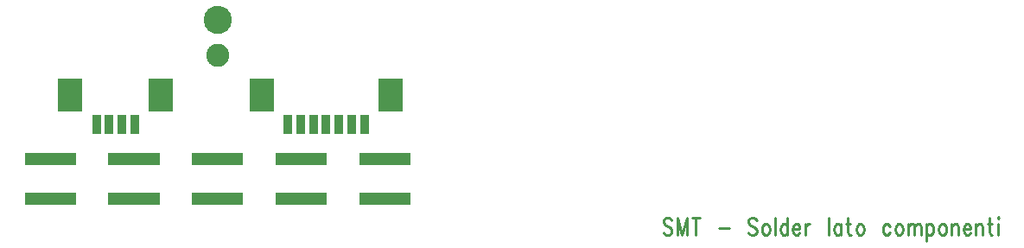
<source format=gbr>
*
*
G04 PADS VX.0 Build Number: 635560 generated Gerber (RS-274-X) file*
G04 PC Version=2.1*
*
%IN "FTC_001.pcb"*%
*
%MOIN*%
*
%FSLAX35Y35*%
*
*
*
*
G04 PC Standard Apertures*
*
*
G04 Thermal Relief Aperture macro.*
%AMTER*
1,1,$1,0,0*
1,0,$1-$2,0,0*
21,0,$3,$4,0,0,45*
21,0,$3,$4,0,0,135*
%
*
*
G04 Annular Aperture macro.*
%AMANN*
1,1,$1,0,0*
1,0,$2,0,0*
%
*
*
G04 Odd Aperture macro.*
%AMODD*
1,1,$1,0,0*
1,0,$1-0.005,0,0*
%
*
*
G04 PC Custom Aperture Macros*
*
*
*
*
*
*
G04 PC Aperture Table*
*
%ADD010C,0.01*%
%ADD040C,0.001*%
%ADD112C,0.08874*%
%ADD140C,0.10843*%
%ADD165R,0.03756X0.07299*%
%ADD166R,0.09268X0.12811*%
%ADD167R,0.02181X0.04937*%
*
*
*
*
G04 PC Circuitry*
G04 Layer Name FTC_001.pcb - circuitry*
%LPD*%
*
*
G04 PC Custom Flashes*
G04 Layer Name FTC_001.pcb - flashes*
%LPD*%
*
*
G04 PC Circuitry*
G04 Layer Name FTC_001.pcb - circuitry*
%LPD*%
*
G54D10*
G01X568930Y365468D02*
X568475Y366093D01*
X567793Y366405*
X566884*
X566203Y366093*
X565748Y365468*
Y364843*
X565975Y364218*
X566203Y363905*
X566657Y363593*
X568021Y362968*
X568475Y362655*
X568703Y362343*
X568930Y361718*
Y360780*
X568475Y360155*
X567793Y359843*
X566884*
X566203Y360155*
X565748Y360780*
X570975Y366405D02*
Y359843D01*
Y366405D02*
X572793Y359843D01*
X574612Y366405D02*
X572793Y359843D01*
X574612Y366405D02*
Y359843D01*
X578248Y366405D02*
Y359843D01*
X576657Y366405D02*
X579839D01*
X587112Y362655D02*
X591203D01*
X601657Y365468D02*
X601203Y366093D01*
X600521Y366405*
X599612*
X598930Y366093*
X598475Y365468*
Y364843*
X598703Y364218*
X598930Y363905*
X599384Y363593*
X600748Y362968*
X601203Y362655*
X601430Y362343*
X601657Y361718*
Y360780*
X601203Y360155*
X600521Y359843*
X599612*
X598930Y360155*
X598475Y360780*
X604839Y364218D02*
X604384Y363905D01*
X603930Y363280*
X603703Y362343*
Y361718*
X603930Y360780*
X604384Y360155*
X604839Y359843*
X605521*
X605975Y360155*
X606430Y360780*
X606657Y361718*
Y362343*
X606430Y363280*
X605975Y363905*
X605521Y364218*
X604839*
X608703Y366405D02*
Y359843D01*
X613475Y366405D02*
Y359843D01*
Y363280D02*
X613021Y363905D01*
X612566Y364218*
X611884*
X611430Y363905*
X610975Y363280*
X610748Y362343*
Y361718*
X610975Y360780*
X611430Y360155*
X611884Y359843*
X612566*
X613021Y360155*
X613475Y360780*
X615521Y362343D02*
X618248D01*
Y362968*
X618021Y363593*
X617793Y363905*
X617339Y364218*
X616657*
X616203Y363905*
X615748Y363280*
X615521Y362343*
Y361718*
X615748Y360780*
X616203Y360155*
X616657Y359843*
X617339*
X617793Y360155*
X618248Y360780*
X620293Y364218D02*
Y359843D01*
Y362343D02*
X620521Y363280D01*
X620975Y363905*
X621430Y364218*
X622112*
X629384Y366405D02*
Y359843D01*
X634157Y364218D02*
Y359843D01*
Y363280D02*
X633703Y363905D01*
X633248Y364218*
X632566*
X632112Y363905*
X631657Y363280*
X631430Y362343*
Y361718*
X631657Y360780*
X632112Y360155*
X632566Y359843*
X633248*
X633703Y360155*
X634157Y360780*
X636884Y366405D02*
Y361093D01*
X637112Y360155*
X637566Y359843*
X638021*
X636203Y364218D02*
X637793D01*
X641203D02*
X640748Y363905D01*
X640293Y363280*
X640066Y362343*
Y361718*
X640293Y360780*
X640748Y360155*
X641203Y359843*
X641884*
X642339Y360155*
X642793Y360780*
X643021Y361718*
Y362343*
X642793Y363280*
X642339Y363905*
X641884Y364218*
X641203*
X653021Y363280D02*
X652566Y363905D01*
X652112Y364218*
X651430*
X650975Y363905*
X650521Y363280*
X650293Y362343*
Y361718*
X650521Y360780*
X650975Y360155*
X651430Y359843*
X652112*
X652566Y360155*
X653021Y360780*
X656203Y364218D02*
X655748Y363905D01*
X655293Y363280*
X655066Y362343*
Y361718*
X655293Y360780*
X655748Y360155*
X656203Y359843*
X656884*
X657339Y360155*
X657793Y360780*
X658021Y361718*
Y362343*
X657793Y363280*
X657339Y363905*
X656884Y364218*
X656203*
X660066D02*
Y359843D01*
Y362968D02*
X660748Y363905D01*
X661203Y364218*
X661884*
X662339Y363905*
X662566Y362968*
Y359843*
Y362968D02*
X663248Y363905D01*
X663703Y364218*
X664384*
X664839Y363905*
X665066Y362968*
Y359843*
X667112Y364218D02*
Y357655D01*
Y363280D02*
X667566Y363905D01*
X668021Y364218*
X668703*
X669157Y363905*
X669612Y363280*
X669839Y362343*
Y361718*
X669612Y360780*
X669157Y360155*
X668703Y359843*
X668021*
X667566Y360155*
X667112Y360780*
X673021Y364218D02*
X672566Y363905D01*
X672112Y363280*
X671884Y362343*
Y361718*
X672112Y360780*
X672566Y360155*
X673021Y359843*
X673703*
X674157Y360155*
X674612Y360780*
X674839Y361718*
Y362343*
X674612Y363280*
X674157Y363905*
X673703Y364218*
X673021*
X676884D02*
Y359843D01*
Y362968D02*
X677566Y363905D01*
X678021Y364218*
X678703*
X679157Y363905*
X679384Y362968*
Y359843*
X681430Y362343D02*
X684157D01*
Y362968*
X683930Y363593*
X683703Y363905*
X683248Y364218*
X682566*
X682112Y363905*
X681657Y363280*
X681430Y362343*
Y361718*
X681657Y360780*
X682112Y360155*
X682566Y359843*
X683248*
X683703Y360155*
X684157Y360780*
X686203Y364218D02*
Y359843D01*
Y362968D02*
X686884Y363905D01*
X687339Y364218*
X688021*
X688475Y363905*
X688703Y362968*
Y359843*
X691430Y366405D02*
Y361093D01*
X691657Y360155*
X692112Y359843*
X692566*
X690748Y364218D02*
X692339D01*
X694612Y366405D02*
X694839Y366093D01*
X695066Y366405*
X694839Y366718*
X694612Y366405*
X694839Y364218D02*
Y359843D01*
G54D40*
G54D112*
X393701Y429134D03*
G54D140*
Y442913D03*
G54D165*
X450295Y402559D03*
X445374D03*
X440453D03*
X435531D03*
X430610D03*
X425689D03*
X420768D03*
X361713D03*
X356791D03*
X351870D03*
X346949D03*
G54D166*
X460335Y413976D03*
X410728D03*
X371752D03*
X336909D03*
G54D167*
X449409Y389213D03*
Y373780D03*
X451378Y389213D03*
Y373780D03*
X453346Y389213D03*
Y373780D03*
X455315Y389213D03*
Y373780D03*
X457283Y389213D03*
Y373780D03*
X459252Y389213D03*
Y373780D03*
X461220Y389213D03*
Y373780D03*
X463189Y389213D03*
Y373780D03*
X465157Y389213D03*
Y373780D03*
X467126Y389213D03*
Y373780D03*
X417126Y389213D03*
Y373780D03*
X419094Y389213D03*
Y373780D03*
X421063Y389213D03*
Y373780D03*
X423031Y389213D03*
Y373780D03*
X425000Y389213D03*
Y373780D03*
X426969Y389213D03*
Y373780D03*
X428937Y389213D03*
Y373780D03*
X430906Y389213D03*
Y373780D03*
X432874Y389213D03*
Y373780D03*
X434843Y389213D03*
Y373780D03*
X384843Y389213D03*
Y373780D03*
X386811Y389213D03*
Y373780D03*
X388780Y389213D03*
Y373780D03*
X390748Y389213D03*
Y373780D03*
X392717Y389213D03*
Y373780D03*
X394685Y389213D03*
Y373780D03*
X396654Y389213D03*
Y373780D03*
X398622Y389213D03*
Y373780D03*
X400591Y389213D03*
Y373780D03*
X402559Y389213D03*
Y373780D03*
X352559Y389213D03*
Y373780D03*
X354528Y389213D03*
Y373780D03*
X356496Y389213D03*
Y373780D03*
X358465Y389213D03*
Y373780D03*
X360433Y389213D03*
Y373780D03*
X362402Y389213D03*
Y373780D03*
X364370Y389213D03*
Y373780D03*
X366339Y389213D03*
Y373780D03*
X368307Y389213D03*
Y373780D03*
X370276Y389213D03*
Y373780D03*
X320276Y389213D03*
Y373780D03*
X322244Y389213D03*
Y373780D03*
X324213Y389213D03*
Y373780D03*
X326181Y389213D03*
Y373780D03*
X328150Y389213D03*
Y373780D03*
X330118Y389213D03*
Y373780D03*
X332087Y389213D03*
Y373780D03*
X334055Y389213D03*
Y373780D03*
X336024Y389213D03*
Y373780D03*
X337992Y389213D03*
Y373780D03*
X0Y0D02*
M02*

</source>
